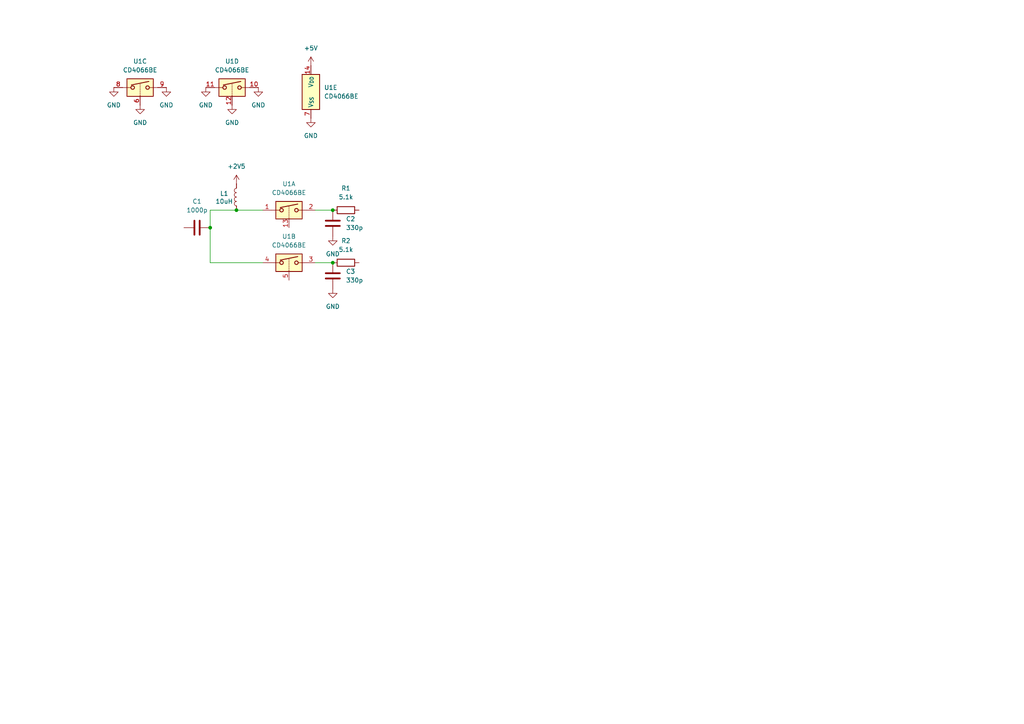
<source format=kicad_sch>
(kicad_sch (version 20250114) (generator "eeschema") (generator_version "9.0")
  (paper "A4")
  (lib_symbols
    (symbol "Analog_Switch:CD4066BE"
      (property "Reference" "U" (at -5.08 3.81 0))
      (property "Value" "CD4066BE" (at 7.62 3.81 0))
      (symbol "CD4066BE_1_1"
        (polyline (pts (xy -5.08 0) (xy -2.794 0)))
        (rectangle (start -3.81 2.54) (end 3.81 -2.54) (stroke (width 0.254)) (fill (type background)))
        (polyline (pts (xy -2.54 0.762) (xy 2.54 1.778)) (stroke (width 0.254)))
        (circle (center -2.159 0) (radius 0.508) (stroke (width 0.254)))
        (polyline (pts (xy 0 0.762) (xy 0 1.016)))
        (polyline (pts (xy 0 0.254) (xy 0 0.508)))
        (polyline (pts (xy 0 -0.254) (xy 0 0)))
        (polyline (pts (xy 0 -0.762) (xy 0 -0.508)))
        (polyline (pts (xy 0 -1.27) (xy 0 -1.016)))
        (polyline (pts (xy 0 -1.778) (xy 0 -1.524)))
        (polyline (pts (xy 0 -2.54) (xy 0 -2.032)))
        (circle (center 2.159 0) (radius 0.508) (stroke (width 0.254)))
        (polyline (pts (xy 5.08 0) (xy 2.794 0)))
        (pin bidirectional line (at -7.62 0 0) (length 2.54) (name "~") (number "1"))
        (pin input line (at 0 -5.08 90) (length 2.54) (name "~") (number "13"))
        (pin bidirectional line (at 7.62 0 180) (length 2.54) (name "~") (number "2"))
      )
      (symbol "CD4066BE_2_1"
        (polyline (pts (xy -5.08 0) (xy -2.794 0)))
        (rectangle (start -3.81 2.54) (end 3.81 -2.54) (stroke (width 0.254)) (fill (type background)))
        (polyline (pts (xy -2.54 0.762) (xy 2.54 1.778)) (stroke (width 0.254)))
        (circle (center -2.159 0) (radius 0.508) (stroke (width 0.254)))
        (polyline (pts (xy 0 0.762) (xy 0 1.016)))
        (polyline (pts (xy 0 0.254) (xy 0 0.508)))
        (polyline (pts (xy 0 -0.254) (xy 0 0)))
        (polyline (pts (xy 0 -0.762) (xy 0 -0.508)))
        (polyline (pts (xy 0 -1.27) (xy 0 -1.016)))
        (polyline (pts (xy 0 -1.778) (xy 0 -1.524)))
        (polyline (pts (xy 0 -2.54) (xy 0 -2.032)))
        (circle (center 2.159 0) (radius 0.508) (stroke (width 0.254)))
        (polyline (pts (xy 5.08 0) (xy 2.794 0)))
        (pin bidirectional line (at -7.62 0 0) (length 2.54) (name "~") (number "4"))
        (pin input line (at 0 -5.08 90) (length 2.54) (name "~") (number "5"))
        (pin bidirectional line (at 7.62 0 180) (length 2.54) (name "~") (number "3"))
      )
      (symbol "CD4066BE_3_1"
        (polyline (pts (xy -5.08 0) (xy -2.794 0)))
        (rectangle (start -3.81 2.54) (end 3.81 -2.54) (stroke (width 0.254)) (fill (type background)))
        (polyline (pts (xy -2.54 0.762) (xy 2.54 1.778)) (stroke (width 0.254)))
        (circle (center -2.159 0) (radius 0.508) (stroke (width 0.254)))
        (polyline (pts (xy 0 0.762) (xy 0 1.016)))
        (polyline (pts (xy 0 0.254) (xy 0 0.508)))
        (polyline (pts (xy 0 -0.254) (xy 0 0)))
        (polyline (pts (xy 0 -0.762) (xy 0 -0.508)))
        (polyline (pts (xy 0 -1.27) (xy 0 -1.016)))
        (polyline (pts (xy 0 -1.778) (xy 0 -1.524)))
        (polyline (pts (xy 0 -2.54) (xy 0 -2.032)))
        (circle (center 2.159 0) (radius 0.508) (stroke (width 0.254)))
        (polyline (pts (xy 5.08 0) (xy 2.794 0)))
        (pin bidirectional line (at -7.62 0 0) (length 2.54) (name "~") (number "8"))
        (pin input line (at 0 -5.08 90) (length 2.54) (name "~") (number "6"))
        (pin bidirectional line (at 7.62 0 180) (length 2.54) (name "~") (number "9"))
      )
      (symbol "CD4066BE_4_1"
        (polyline (pts (xy -5.08 0) (xy -2.794 0)))
        (rectangle (start -3.81 2.54) (end 3.81 -2.54) (stroke (width 0.254)) (fill (type background)))
        (polyline (pts (xy -2.54 0.762) (xy 2.54 1.778)) (stroke (width 0.254)))
        (circle (center -2.159 0) (radius 0.508) (stroke (width 0.254)))
        (polyline (pts (xy 0 0.762) (xy 0 1.016)))
        (polyline (pts (xy 0 0.254) (xy 0 0.508)))
        (polyline (pts (xy 0 -0.254) (xy 0 0)))
        (polyline (pts (xy 0 -0.762) (xy 0 -0.508)))
        (polyline (pts (xy 0 -1.27) (xy 0 -1.016)))
        (polyline (pts (xy 0 -1.778) (xy 0 -1.524)))
        (polyline (pts (xy 0 -2.54) (xy 0 -2.032)))
        (circle (center 2.159 0) (radius 0.508) (stroke (width 0.254)))
        (polyline (pts (xy 5.08 0) (xy 2.794 0)))
        (pin bidirectional line (at -7.62 0 0) (length 2.54) (name "~") (number "11"))
        (pin input line (at 0 -5.08 90) (length 2.54) (name "~") (number "12"))
        (pin bidirectional line (at 7.62 0 180) (length 2.54) (name "~") (number "10"))
      )
      (symbol "CD4066BE_5_1"
        (rectangle (start -2.54 5.08) (end 2.54 -5.08) (stroke (width 0.254)) (fill (type background)))
        (pin power_in line (at 0 7.62 270) (length 2.54) (name "V_{DD}") (number "14"))
        (pin power_in line (at 0 -7.62 90) (length 2.54) (name "V_{SS}") (number "7"))
      )
    )
    (symbol "Device:C" (pin_numbers (hide yes)) (pin_names (offset 0.254))
      (property "Reference" "C" (at 0.635 2.54 0))
      (property "Value" "C" (at 0.635 -2.54 0))
      (symbol "C_0_1"
        (polyline (pts (xy -2.032 0.762) (xy 2.032 0.762)) (stroke (width 0.508)))
        (polyline (pts (xy -2.032 -0.762) (xy 2.032 -0.762)) (stroke (width 0.508)))
      )
      (symbol "C_1_1"
        (pin passive line (at 0 3.81 270) (length 2.794) (name "~") (number "1"))
        (pin passive line (at 0 -3.81 90) (length 2.794) (name "~") (number "2"))
      )
    )
    (symbol "Device:L" (pin_numbers (hide yes)) (pin_names (offset 1.016) (hide yes))
      (property "Reference" "L" (at -1.27 0 90))
      (property "Value" "L" (at 1.905 0 90))
      (symbol "L_0_1"
        (arc (start 0 2.54) (mid 0.6323 1.905) (end 0 1.27))
        (arc (start 0 1.27) (mid 0.6323 0.635) (end 0 0))
        (arc (start 0 0) (mid 0.6323 -0.635) (end 0 -1.27))
        (arc (start 0 -1.27) (mid 0.6323 -1.905) (end 0 -2.54))
      )
      (symbol "L_1_1"
        (pin passive line (at 0 3.81 270) (length 1.27) (name "1") (number "1"))
        (pin passive line (at 0 -3.81 90) (length 1.27) (name "2") (number "2"))
      )
    )
    (symbol "Device:R" (pin_numbers (hide yes)) (pin_names (offset 0))
      (property "Reference" "R" (at 2.032 0 90))
      (property "Value" "R" (at 0 0 90))
      (symbol "R_0_1"
        (rectangle (start -1.016 -2.54) (end 1.016 2.54) (stroke (width 0.254)))
      )
      (symbol "R_1_1"
        (pin passive line (at 0 3.81 270) (length 1.27) (name "~") (number "1"))
        (pin passive line (at 0 -3.81 90) (length 1.27) (name "~") (number "2"))
      )
    )
    (symbol "power:+2V5" (power) (pin_numbers (hide yes)) (pin_names (offset 0) (hide yes))
      (property "Value" "+2V5" (at 0 3.556 0))
      (symbol "+2V5_0_1"
        (polyline (pts (xy -0.762 1.27) (xy 0 2.54)))
        (polyline (pts (xy 0 2.54) (xy 0.762 1.27)))
        (polyline (pts (xy 0 0) (xy 0 2.54)))
      )
      (symbol "+2V5_1_1"
        (pin power_in line (at 0 0 90) (length 0) (name "~") (number "1"))
      )
    )
    (symbol "power:+5V" (power) (pin_numbers (hide yes)) (pin_names (offset 0) (hide yes))
      (property "Value" "+5V" (at 0 3.556 0))
      (symbol "+5V_0_1"
        (polyline (pts (xy -0.762 1.27) (xy 0 2.54)))
        (polyline (pts (xy 0 2.54) (xy 0.762 1.27)))
        (polyline (pts (xy 0 0) (xy 0 2.54)))
      )
      (symbol "+5V_1_1"
        (pin power_in line (at 0 0 90) (length 0) (name "~") (number "1"))
      )
    )
    (symbol "power:GND" (power) (pin_numbers (hide yes)) (pin_names (offset 0) (hide yes))
      (property "Value" "GND" (at 0 -3.81 0))
      (symbol "GND_0_1"
        (polyline (pts (xy 0 0) (xy 0 -1.27) (xy 1.27 -1.27) (xy 0 -2.54) (xy -1.27 -1.27) (xy 0 -1.27)))
      )
      (symbol "GND_1_1"
        (pin power_in line (at 0 0 270) (length 0) (name "~") (number "1"))
      )
    )
  )
  (junction (at 68.58 60.96))
  (junction (at 96.52 76.2))
  (junction (at 96.52 60.96))
  (junction (at 60.96 66.04))
  (wire (pts (xy 60.96 76.2) (xy 60.96 66.04)))
  (wire (pts (xy 68.58 60.96) (xy 60.96 60.96)))
  (wire (pts (xy 60.96 60.96) (xy 60.96 66.04)))
  (wire (pts (xy 76.2 76.2) (xy 60.96 76.2)))
  (wire (pts (xy 91.44 60.96) (xy 96.52 60.96)))
  (wire (pts (xy 91.44 76.2) (xy 96.52 76.2)))
  (wire (pts (xy 76.2 60.96) (xy 68.58 60.96)))
  (symbol (lib_id "Device:R") (at 100.33 76.2 90) (unit 1)
    (property "Reference" "R2" (at 100.33 69.85 90))
    (property "Value" "5.1k" (at 100.33 72.39 90))
    (property "Footprint" "Resistor_THT:R_Axial_DIN0207_L6.3mm_D2.5mm_P7.62mm_Horizontal" (effects (hide yes)))
    (property "Description" "Resistor" (effects (hide yes)))
  )
  (symbol (lib_id "Device:C") (at 96.52 64.77 180) (unit 1)
    (property "Reference" "C2" (at 100.33 63.4999 0) (effects (justify right)))
    (property "Value" "330p" (at 100.33 66.0399 0) (effects (justify right)))
    (property "Footprint" "Capacitor_THT:C_Disc_D3.0mm_W1.6mm_P2.50mm" (effects (hide yes)))
    (property "Description" "Unpolarized capacitor" (effects (hide yes)))
  )
  (symbol (lib_id "Analog_Switch:CD4066BE") (at 67.31 25.4 0) (unit 4)
    (property "Reference" "U1" (at 67.31 17.78 0))
    (property "Value" "CD4066BE" (at 67.31 20.32 0))
    (property "Footprint" "Package_DIP:DIP-14_W7.62mm" (effects (hide yes)))
    (property "Datasheet" "https://www.ti.com/lit/ds/symlink/cd4066b.pdf" (effects (hide yes)))
    (property "Description" "Quad 20V analog SPST 1:1 switch, DIP-14" (effects (hide yes)))
  )
  (symbol (lib_id "Device:C") (at 96.52 80.01 180) (unit 1)
    (property "Reference" "C3" (at 100.33 78.7399 0) (effects (justify right)))
    (property "Value" "330p" (at 100.33 81.2799 0) (effects (justify right)))
    (property "Footprint" "Capacitor_THT:C_Disc_D3.0mm_W1.6mm_P2.50mm" (effects (hide yes)))
    (property "Description" "Unpolarized capacitor" (effects (hide yes)))
  )
  (symbol (lib_id "power:GND") (at 96.52 83.82 0) (unit 1)
    (property "Reference" "#PWR010" (effects (hide yes)))
    (property "Value" "GND" (at 96.52 88.9 0))
    (property "Description" "Power symbol creates a global label with name \"GND\" , ground" (effects (hide yes)))
  )
  (symbol (lib_id "power:GND") (at 48.26 25.4 0) (unit 1)
    (property "Reference" "#PWR06" (effects (hide yes)))
    (property "Value" "GND" (at 48.26 30.48 0))
    (property "Description" "Power symbol creates a global label with name \"GND\" , ground" (effects (hide yes)))
  )
  (symbol (lib_id "power:GND") (at 33.02 25.4 0) (unit 1)
    (property "Reference" "#PWR08" (effects (hide yes)))
    (property "Value" "GND" (at 33.02 30.48 0))
    (property "Description" "Power symbol creates a global label with name \"GND\" , ground" (effects (hide yes)))
  )
  (symbol (lib_id "power:GND") (at 74.93 25.4 0) (unit 1)
    (property "Reference" "#PWR04" (effects (hide yes)))
    (property "Value" "GND" (at 74.93 30.48 0))
    (property "Description" "Power symbol creates a global label with name \"GND\" , ground" (effects (hide yes)))
  )
  (symbol (lib_id "power:GND") (at 40.64 30.48 0) (unit 1)
    (property "Reference" "#PWR07" (effects (hide yes)))
    (property "Value" "GND" (at 40.64 35.56 0))
    (property "Description" "Power symbol creates a global label with name \"GND\" , ground" (effects (hide yes)))
  )
  (symbol (lib_id "Analog_Switch:CD4066BE") (at 40.64 25.4 0) (unit 3)
    (property "Reference" "U1" (at 40.64 17.78 0))
    (property "Value" "CD4066BE" (at 40.64 20.32 0))
    (property "Footprint" "Package_DIP:DIP-14_W7.62mm" (effects (hide yes)))
    (property "Datasheet" "https://www.ti.com/lit/ds/symlink/cd4066b.pdf" (effects (hide yes)))
    (property "Description" "Quad 20V analog SPST 1:1 switch, DIP-14" (effects (hide yes)))
  )
  (symbol (lib_id "Analog_Switch:CD4066BE") (at 83.82 60.96 0) (unit 1)
    (property "Reference" "U1" (at 83.82 53.34 0))
    (property "Value" "CD4066BE" (at 83.82 55.88 0))
    (property "Footprint" "Package_DIP:DIP-14_W7.62mm" (effects (hide yes)))
    (property "Datasheet" "https://www.ti.com/lit/ds/symlink/cd4066b.pdf" (effects (hide yes)))
    (property "Description" "Quad 20V analog SPST 1:1 switch, DIP-14" (effects (hide yes)))
  )
  (symbol (lib_id "Analog_Switch:CD4066BE") (at 83.82 76.2 0) (unit 2)
    (property "Reference" "U1" (at 83.82 68.58 0))
    (property "Value" "CD4066BE" (at 83.82 71.12 0))
    (property "Footprint" "Package_DIP:DIP-14_W7.62mm" (effects (hide yes)))
    (property "Datasheet" "https://www.ti.com/lit/ds/symlink/cd4066b.pdf" (effects (hide yes)))
    (property "Description" "Quad 20V analog SPST 1:1 switch, DIP-14" (effects (hide yes)))
  )
  (symbol (lib_id "power:GND") (at 59.69 25.4 0) (unit 1)
    (property "Reference" "#PWR03" (effects (hide yes)))
    (property "Value" "GND" (at 59.69 30.48 0))
    (property "Description" "Power symbol creates a global label with name \"GND\" , ground" (effects (hide yes)))
  )
  (symbol (lib_id "Device:L") (at 68.58 57.15 180) (unit 1)
    (property "Reference" "L1" (at 65.024 56.134 0))
    (property "Value" "10uH" (at 65.024 58.42 0))
    (property "Footprint" "Inductor_THT:L_Axial_L7.0mm_D3.3mm_P10.16mm_Horizontal_Fastron_MICC" (effects (hide yes)))
    (property "Description" "Inductor" (effects (hide yes)))
  )
  (symbol (lib_id "power:+2V5") (at 68.58 53.34 0) (unit 1)
    (property "Reference" "#PWR011" (effects (hide yes)))
    (property "Value" "+2V5" (at 68.58 48.26 0))
    (property "Description" "Power symbol creates a global label with name \"+2V5\"" (effects (hide yes)))
  )
  (symbol (lib_id "Analog_Switch:CD4066BE") (at 90.17 26.67 0) (unit 5)
    (property "Reference" "U1" (at 93.98 25.3999 0) (effects (justify left)))
    (property "Value" "CD4066BE" (at 93.98 27.9399 0) (effects (justify left)))
    (property "Footprint" "Package_DIP:DIP-14_W7.62mm" (effects (hide yes)))
    (property "Datasheet" "https://www.ti.com/lit/ds/symlink/cd4066b.pdf" (effects (hide yes)))
    (property "Description" "Quad 20V analog SPST 1:1 switch, DIP-14" (effects (hide yes)))
  )
  (symbol (lib_id "power:GND") (at 96.52 68.58 0) (unit 1)
    (property "Reference" "#PWR09" (effects (hide yes)))
    (property "Value" "GND" (at 96.52 73.66 0))
    (property "Description" "Power symbol creates a global label with name \"GND\" , ground" (effects (hide yes)))
  )
  (symbol (lib_id "Device:R") (at 100.33 60.96 90) (unit 1)
    (property "Reference" "R1" (at 100.33 54.61 90))
    (property "Value" "5.1k" (at 100.33 57.15 90))
    (property "Footprint" "Resistor_THT:R_Axial_DIN0207_L6.3mm_D2.5mm_P7.62mm_Horizontal" (effects (hide yes)))
    (property "Description" "Resistor" (effects (hide yes)))
  )
  (symbol (lib_id "power:+5V") (at 90.17 19.05 0) (unit 1)
    (property "Reference" "#PWR01" (effects (hide yes)))
    (property "Value" "+5V" (at 90.17 13.97 0))
    (property "Description" "Power symbol creates a global label with name \"+5V\"" (effects (hide yes)))
  )
  (symbol (lib_id "Device:C") (at 57.15 66.04 90) (unit 1)
    (property "Reference" "C1" (at 57.15 58.42 90))
    (property "Value" "1000p" (at 57.15 60.96 90))
    (property "Footprint" "Capacitor_THT:C_Disc_D3.0mm_W1.6mm_P2.50mm" (effects (hide yes)))
    (property "Description" "Unpolarized capacitor" (effects (hide yes)))
  )
  (symbol (lib_id "power:GND") (at 90.17 34.29 0) (unit 1)
    (property "Reference" "#PWR02" (effects (hide yes)))
    (property "Value" "GND" (at 90.17 39.37 0))
    (property "Description" "Power symbol creates a global label with name \"GND\" , ground" (effects (hide yes)))
  )
  (symbol (lib_id "power:GND") (at 67.31 30.48 0) (unit 1)
    (property "Reference" "#PWR05" (effects (hide yes)))
    (property "Value" "GND" (at 67.31 35.56 0))
    (property "Description" "Power symbol creates a global label with name \"GND\" , ground" (effects (hide yes)))
  )
)
</source>
